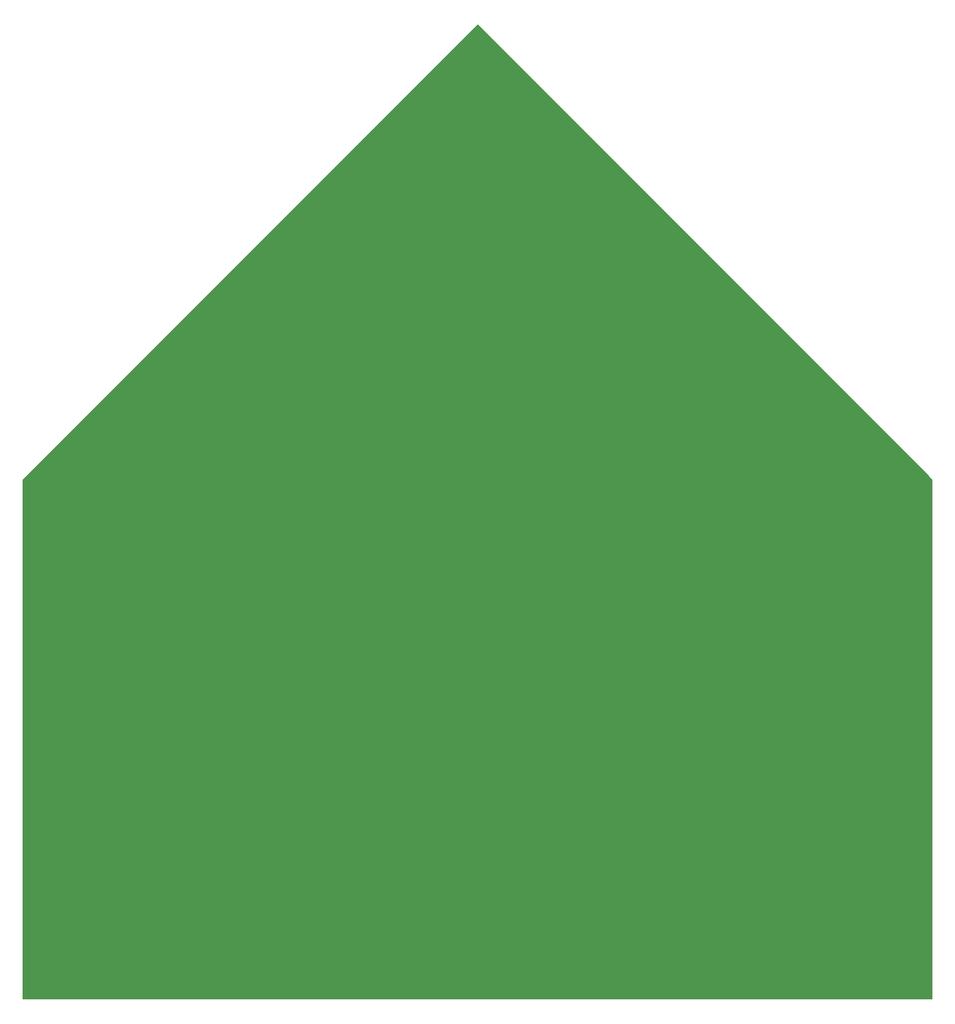
<source format=gbr>
G04 DipTrace Beta 2.9.0.1*
G04 Board.gbr*
%MOIN*%
G04 #@! TF.FileFunction,Drawing,Board polygon*
G04 #@! TF.Part,Single*
%FSLAX26Y26*%
G04*
G70*
G90*
G75*
G01*
G04 BoardPoly*
%LPD*%
G36*
X4824000Y394000D2*
Y2925850D1*
X2609000Y5140850D1*
X394000Y2925850D1*
Y394000D1*
X4824000D1*
G37*
M02*

</source>
